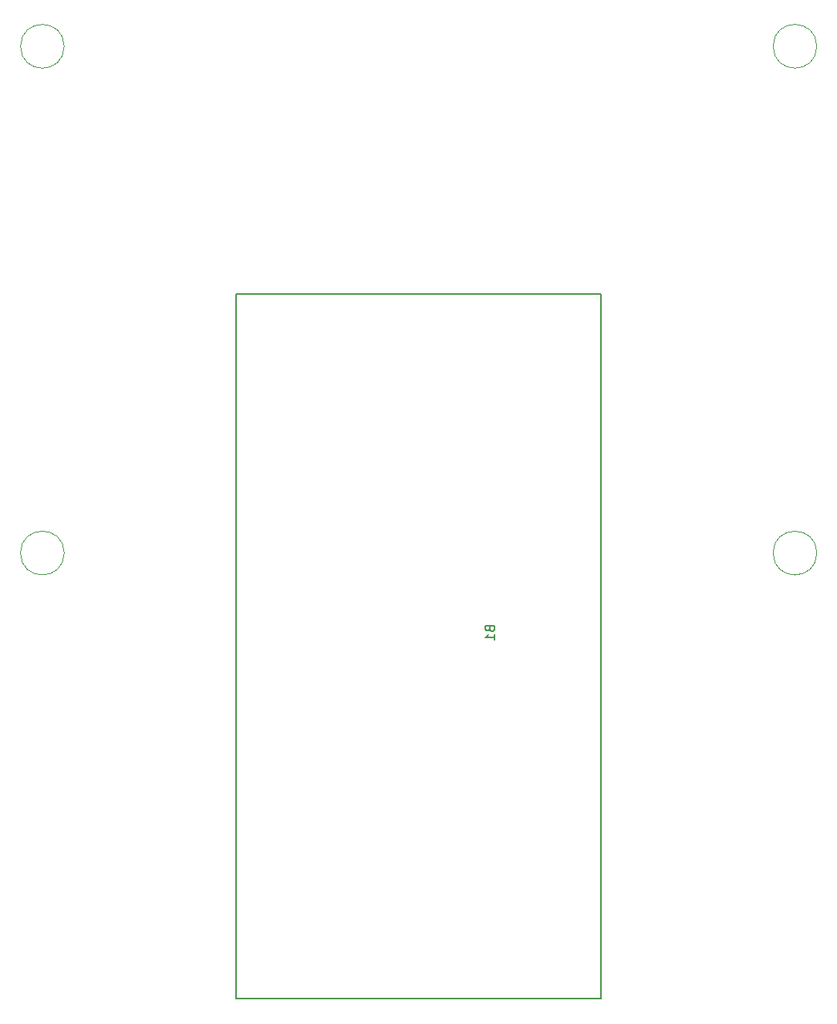
<source format=gbr>
%TF.GenerationSoftware,KiCad,Pcbnew,8.0.1*%
%TF.CreationDate,2024-04-14T16:22:20-07:00*%
%TF.ProjectId,ee110_alpha_board,65653131-305f-4616-9c70-68615f626f61,0.1*%
%TF.SameCoordinates,Original*%
%TF.FileFunction,Legend,Bot*%
%TF.FilePolarity,Positive*%
%FSLAX46Y46*%
G04 Gerber Fmt 4.6, Leading zero omitted, Abs format (unit mm)*
G04 Created by KiCad (PCBNEW 8.0.1) date 2024-04-14 16:22:20*
%MOMM*%
%LPD*%
G01*
G04 APERTURE LIST*
%ADD10C,0.150000*%
%ADD11C,0.120000*%
%ADD12C,0.152400*%
G04 APERTURE END LIST*
D10*
X94223739Y-100268138D02*
X94271358Y-100410995D01*
X94271358Y-100410995D02*
X94318977Y-100458614D01*
X94318977Y-100458614D02*
X94414215Y-100506233D01*
X94414215Y-100506233D02*
X94557072Y-100506233D01*
X94557072Y-100506233D02*
X94652310Y-100458614D01*
X94652310Y-100458614D02*
X94699930Y-100410995D01*
X94699930Y-100410995D02*
X94747549Y-100315757D01*
X94747549Y-100315757D02*
X94747549Y-99934805D01*
X94747549Y-99934805D02*
X93747549Y-99934805D01*
X93747549Y-99934805D02*
X93747549Y-100268138D01*
X93747549Y-100268138D02*
X93795168Y-100363376D01*
X93795168Y-100363376D02*
X93842787Y-100410995D01*
X93842787Y-100410995D02*
X93938025Y-100458614D01*
X93938025Y-100458614D02*
X94033263Y-100458614D01*
X94033263Y-100458614D02*
X94128501Y-100410995D01*
X94128501Y-100410995D02*
X94176120Y-100363376D01*
X94176120Y-100363376D02*
X94223739Y-100268138D01*
X94223739Y-100268138D02*
X94223739Y-99934805D01*
X94747549Y-101458614D02*
X94747549Y-100887186D01*
X94747549Y-101172900D02*
X93747549Y-101172900D01*
X93747549Y-101172900D02*
X93890406Y-101077662D01*
X93890406Y-101077662D02*
X93985644Y-100982424D01*
X93985644Y-100982424D02*
X94033263Y-100887186D01*
D11*
%TO.C,DS1*%
X47520000Y-36335000D02*
G75*
G02*
X42720000Y-36335000I-2400000J0D01*
G01*
X42720000Y-36335000D02*
G75*
G02*
X47520000Y-36335000I2400000J0D01*
G01*
X47520000Y-91935000D02*
G75*
G02*
X42720000Y-91935000I-2400000J0D01*
G01*
X42720000Y-91935000D02*
G75*
G02*
X47520000Y-91935000I2400000J0D01*
G01*
X130120000Y-36335000D02*
G75*
G02*
X125320000Y-36335000I-2400000J0D01*
G01*
X125320000Y-36335000D02*
G75*
G02*
X130120000Y-36335000I2400000J0D01*
G01*
X130120000Y-91935000D02*
G75*
G02*
X125320000Y-91935000I-2400000J0D01*
G01*
X125320000Y-91935000D02*
G75*
G02*
X130120000Y-91935000I2400000J0D01*
G01*
D12*
%TO.C,B1*%
X66404800Y-63538100D02*
X66404800Y-140855700D01*
X66404800Y-140855700D02*
X106435200Y-140855700D01*
X106435200Y-63538100D02*
X66404800Y-63538100D01*
X106435200Y-140855700D02*
X106435200Y-63538100D01*
%TD*%
M02*

</source>
